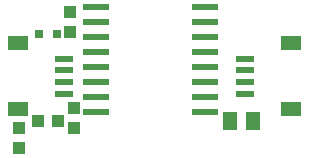
<source format=gbr>
G04 EAGLE Gerber RS-274X export*
G75*
%MOMM*%
%FSLAX34Y34*%
%LPD*%
%INSolderpaste Top*%
%IPPOS*%
%AMOC8*
5,1,8,0,0,1.08239X$1,22.5*%
G01*
%ADD10R,1.240000X1.500000*%
%ADD11R,1.000000X1.075000*%
%ADD12R,1.550000X0.600000*%
%ADD13R,1.800000X1.200000*%
%ADD14R,0.800000X0.800000*%
%ADD15R,2.200000X0.600000*%
%ADD16R,1.075000X1.000000*%


D10*
X191160Y50800D03*
X210160Y50800D03*
D11*
X12700Y28330D03*
X12700Y45330D03*
D12*
X203460Y83900D03*
X203460Y93900D03*
X203460Y73900D03*
X203460Y103900D03*
D13*
X242460Y60900D03*
X242460Y116900D03*
D12*
X50540Y93900D03*
X50540Y83900D03*
X50540Y103900D03*
X50540Y73900D03*
D13*
X11540Y116900D03*
X11540Y60900D03*
D14*
X29330Y124460D03*
X44330Y124460D03*
D15*
X169825Y71120D03*
X77825Y96520D03*
X169825Y58420D03*
X169825Y83820D03*
X169825Y96520D03*
X77825Y83820D03*
X77825Y109220D03*
X77825Y121920D03*
X169825Y121920D03*
X77825Y147320D03*
X169825Y109220D03*
X169825Y134620D03*
X77825Y134620D03*
X169825Y147320D03*
X77825Y71120D03*
X77825Y58420D03*
D11*
X59055Y61840D03*
X59055Y44840D03*
D16*
X45330Y50800D03*
X28330Y50800D03*
D11*
X55880Y126120D03*
X55880Y143120D03*
M02*

</source>
